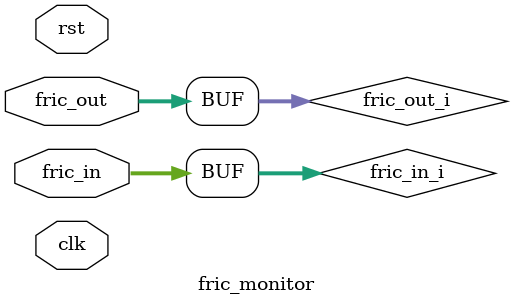
<source format=v>
/****************************************************************************
 * Copyright (c) 2009 by Focus Robotics. All rights reserved.
 *
 * This program is an unpublished work fully protected by the United States 
 * copyright laws and is considered a trade secret belonging to the copyright
 * holder. No part of this design may be reproduced stored in a retrieval 
 * system, or transmitted, in any form or by any means, electronic, 
 * mechanical, photocopying, recording, or otherwise, without prior written 
 * permission of Focus Robotics, Inc.
 *
 * Proprietary and Confidential
 *
 * Created By   :  Daniel Grabowski
 * Creation_Date:  Feb 2012
 * 
 * Brief Description:
 * 
 * Functionality:
 * 
 * Issues:
 * 
 * Limitations:
 * 
 * Testing:
 * 
 * Synthesis:
 * 
 ******************************************************************************/

module fric_monitor
  (
   clk,
   rst,
   fric_in,
   fric_out
   );

   input           clk;
   input 	   rst;
   input [7:0] 	   fric_in;
   input [7:0]     fric_out;

   wire [7:0] 	   fric_out_i;
   wire [7:0] 	   fric_in_i;
   
   assign #1 	   fric_out_i = fric_out;
   assign #1 	   fric_in_i = fric_in;
   

endmodule // fric_monitor







</source>
